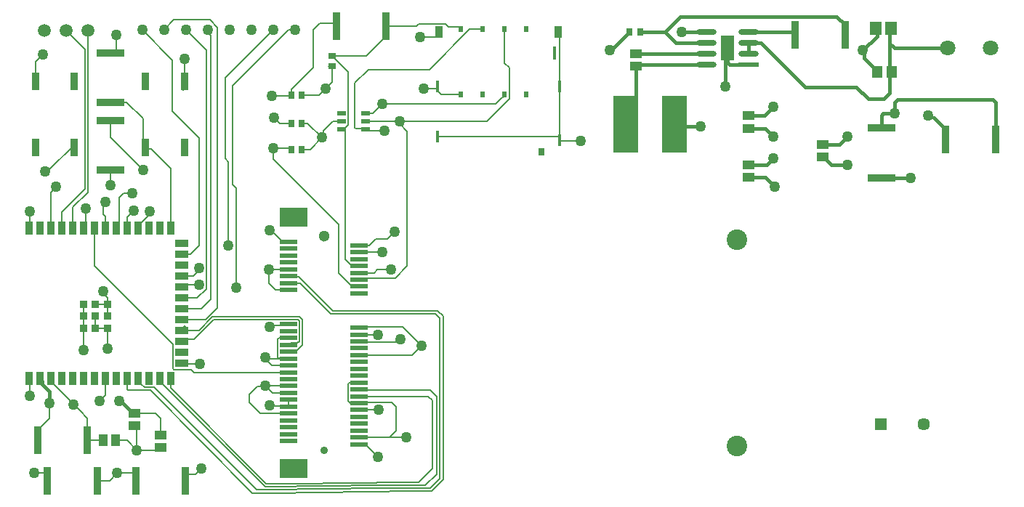
<source format=gtl>
G04*
G04 #@! TF.GenerationSoftware,Altium Limited,Altium Designer,24.8.2 (39)*
G04*
G04 Layer_Physical_Order=1*
G04 Layer_Color=255*
%FSLAX44Y44*%
%MOMM*%
G71*
G04*
G04 #@! TF.SameCoordinates,F9089647-E578-4EC2-B09E-D5C07AF86723*
G04*
G04*
G04 #@! TF.FilePolarity,Positive*
G04*
G01*
G75*
%ADD19R,0.9581X3.3062*%
%ADD20R,1.3562X1.0546*%
%ADD21R,1.0546X1.3562*%
%ADD22R,3.3062X0.9581*%
%ADD23R,0.8636X2.0066*%
%ADD24R,0.8890X0.8890*%
%ADD25R,0.8890X1.4986*%
%ADD26R,1.4986X0.8890*%
G04:AMPARAMS|DCode=27|XSize=2.3531mm|YSize=0.6221mm|CornerRadius=0.3111mm|HoleSize=0mm|Usage=FLASHONLY|Rotation=180.000|XOffset=0mm|YOffset=0mm|HoleType=Round|Shape=RoundedRectangle|*
%AMROUNDEDRECTD27*
21,1,2.3531,0.0000,0,0,180.0*
21,1,1.7310,0.6221,0,0,180.0*
1,1,0.6221,-0.8655,0.0000*
1,1,0.6221,0.8655,0.0000*
1,1,0.6221,0.8655,0.0000*
1,1,0.6221,-0.8655,0.0000*
%
%ADD27ROUNDEDRECTD27*%
%ADD28R,2.8500X6.6000*%
%ADD29R,3.2000X2.3000*%
%ADD30R,2.0000X0.6000*%
%ADD31R,0.7581X0.8121*%
%ADD32R,1.4546X1.5562*%
%ADD33R,1.2546X1.4562*%
%ADD34R,0.6000X0.8000*%
%ADD35R,0.8000X0.8500*%
%ADD36R,0.4200X1.4000*%
%ADD37R,0.8700X1.4000*%
%ADD38R,0.4000X1.5000*%
%ADD39R,0.7500X0.9000*%
%ADD40R,0.9000X0.7500*%
%ADD41R,0.9779X0.6096*%
%ADD42R,2.3531X0.6221*%
%ADD43R,1.6038X2.8550*%
%ADD50R,1.4500X1.4500*%
%ADD51C,1.4500*%
%ADD52C,1.8034*%
%ADD53C,1.2700*%
%ADD54C,1.4986*%
%ADD56C,0.2032*%
%ADD57C,0.2032*%
%ADD58C,0.4060*%
%ADD59C,0.9000*%
%ADD60C,1.3000*%
%ADD61C,2.4000*%
D19*
X23050Y77470D02*
D03*
X81090D02*
D03*
X34480Y30480D02*
D03*
X92520D02*
D03*
X137350D02*
D03*
X195390D02*
D03*
X371030Y560070D02*
D03*
X429070D02*
D03*
X1080960Y427990D02*
D03*
X1139000D02*
D03*
X905700Y549910D02*
D03*
X963740D02*
D03*
D20*
X135890Y108858D02*
D03*
Y94342D02*
D03*
X166370Y83458D02*
D03*
Y68942D02*
D03*
X720090Y513442D02*
D03*
Y527958D02*
D03*
X937260Y422548D02*
D03*
Y408032D02*
D03*
X850900Y455808D02*
D03*
Y441292D02*
D03*
Y398418D02*
D03*
Y383902D02*
D03*
D21*
X99422Y77470D02*
D03*
X113938D02*
D03*
D22*
X107950Y450660D02*
D03*
Y392620D02*
D03*
Y529400D02*
D03*
Y471360D02*
D03*
X1005840Y441770D02*
D03*
Y383730D02*
D03*
D23*
X148950Y418719D02*
D03*
X193950D02*
D03*
Y495681D02*
D03*
X148950D02*
D03*
X65680Y418719D02*
D03*
X20680D02*
D03*
Y495681D02*
D03*
X65680D02*
D03*
D24*
X104170Y222220D02*
D03*
Y236220D02*
D03*
Y208220D02*
D03*
X90170Y236220D02*
D03*
X76170D02*
D03*
X90170Y208220D02*
D03*
X76170Y222220D02*
D03*
X90170D02*
D03*
X76170Y208220D02*
D03*
D25*
X12970Y324720D02*
D03*
Y149720D02*
D03*
X25670D02*
D03*
Y324720D02*
D03*
X38370D02*
D03*
X51070D02*
D03*
X63770D02*
D03*
X76470D02*
D03*
X89170D02*
D03*
X101870D02*
D03*
X114570D02*
D03*
X127270D02*
D03*
X139970D02*
D03*
X152670D02*
D03*
X165370D02*
D03*
X178070D02*
D03*
Y149720D02*
D03*
X165370D02*
D03*
X152670D02*
D03*
X139970D02*
D03*
X127270D02*
D03*
X114570D02*
D03*
X101870D02*
D03*
X89170D02*
D03*
X76470D02*
D03*
X63770D02*
D03*
X51070D02*
D03*
X38370D02*
D03*
D26*
X190570Y307070D02*
D03*
Y294370D02*
D03*
Y281670D02*
D03*
Y268970D02*
D03*
Y256270D02*
D03*
Y243570D02*
D03*
Y230870D02*
D03*
Y218170D02*
D03*
Y205470D02*
D03*
Y192770D02*
D03*
Y180070D02*
D03*
Y167370D02*
D03*
D27*
X802004Y528320D02*
D03*
Y515620D02*
D03*
X851535Y528320D02*
D03*
Y541020D02*
D03*
Y553720D02*
D03*
X802004D02*
D03*
Y541020D02*
D03*
D28*
X708350Y445770D02*
D03*
X764850D02*
D03*
D29*
X321510Y44420D02*
D03*
Y337420D02*
D03*
D30*
X397510Y248920D02*
D03*
Y256920D02*
D03*
Y264920D02*
D03*
Y272920D02*
D03*
Y280920D02*
D03*
Y288920D02*
D03*
Y200920D02*
D03*
Y192920D02*
D03*
Y184920D02*
D03*
Y168920D02*
D03*
Y160920D02*
D03*
Y152920D02*
D03*
Y136920D02*
D03*
Y128920D02*
D03*
Y112920D02*
D03*
Y104920D02*
D03*
Y96920D02*
D03*
Y88920D02*
D03*
X315510Y76920D02*
D03*
Y84920D02*
D03*
Y92920D02*
D03*
Y100920D02*
D03*
Y148920D02*
D03*
Y156920D02*
D03*
Y180920D02*
D03*
Y188920D02*
D03*
Y204920D02*
D03*
Y308920D02*
D03*
Y300920D02*
D03*
Y292920D02*
D03*
Y284920D02*
D03*
Y268920D02*
D03*
Y260920D02*
D03*
Y212920D02*
D03*
Y124920D02*
D03*
Y116920D02*
D03*
X397510Y72920D02*
D03*
Y304920D02*
D03*
X315510Y132920D02*
D03*
Y108920D02*
D03*
Y164920D02*
D03*
Y172920D02*
D03*
Y140920D02*
D03*
Y196920D02*
D03*
Y252920D02*
D03*
Y276920D02*
D03*
X397510Y80920D02*
D03*
Y120920D02*
D03*
Y296920D02*
D03*
Y176920D02*
D03*
Y144920D02*
D03*
Y208920D02*
D03*
D31*
X712550Y553720D02*
D03*
X725090D02*
D03*
D32*
X999122Y557530D02*
D03*
X1017638D02*
D03*
D33*
X1001392Y506730D02*
D03*
X1017908D02*
D03*
D34*
X592470Y480640D02*
D03*
X567070D02*
D03*
X541670D02*
D03*
X516270D02*
D03*
X592470Y556840D02*
D03*
X567070D02*
D03*
X541670D02*
D03*
X516270D02*
D03*
D35*
X609870Y413640D02*
D03*
D36*
X631270Y427440D02*
D03*
Y490040D02*
D03*
X488970D02*
D03*
Y431440D02*
D03*
D37*
X490570Y553540D02*
D03*
X629570D02*
D03*
D38*
X625470Y528840D02*
D03*
D39*
X330470Y447200D02*
D03*
X318470D02*
D03*
Y416560D02*
D03*
X330470D02*
D03*
X318470Y480060D02*
D03*
X330470D02*
D03*
D40*
X365760Y513430D02*
D03*
Y525430D02*
D03*
D41*
X377508Y449580D02*
D03*
X404813Y459080D02*
D03*
Y449580D02*
D03*
Y440080D02*
D03*
X377508D02*
D03*
Y459080D02*
D03*
D42*
X851535Y515620D02*
D03*
D43*
X826770Y534670D02*
D03*
D50*
X1004970Y96520D02*
D03*
D51*
X1054970D02*
D03*
D52*
X1083310Y534670D02*
D03*
X1133310D02*
D03*
D53*
X144780Y556260D02*
D03*
X170180D02*
D03*
X195580D02*
D03*
X220980D02*
D03*
X297180D02*
D03*
X322580D02*
D03*
X271780D02*
D03*
X246380D02*
D03*
X138430Y66040D02*
D03*
X213360Y44450D02*
D03*
X31750Y391160D02*
D03*
X19050Y39370D02*
D03*
X115570D02*
D03*
X95250Y123190D02*
D03*
X118110D02*
D03*
X44450Y373380D02*
D03*
X107950Y374650D02*
D03*
X146050Y392430D02*
D03*
X78740Y347980D02*
D03*
X133350Y365760D02*
D03*
X114300Y549910D02*
D03*
X194310Y521970D02*
D03*
X29210Y527050D02*
D03*
X64770Y119380D02*
D03*
X13970Y129540D02*
D03*
X36830Y120650D02*
D03*
X434340Y276860D02*
D03*
X444500Y449580D02*
D03*
X295910Y478790D02*
D03*
X297180Y417830D02*
D03*
X426720Y438150D02*
D03*
X298450Y453390D02*
D03*
X424180Y297180D02*
D03*
Y469900D02*
D03*
X689610Y532130D02*
D03*
X1021080Y458470D02*
D03*
X880110Y406400D02*
D03*
X795020Y443230D02*
D03*
X472440Y487680D02*
D03*
X468630Y547370D02*
D03*
X655320Y426720D02*
D03*
X358140Y487680D02*
D03*
X354330Y430530D02*
D03*
X824230Y490220D02*
D03*
X1060450Y455930D02*
D03*
X1040130Y383540D02*
D03*
X210820Y278130D02*
D03*
X99060Y251460D02*
D03*
X104140Y184150D02*
D03*
X76200Y182880D02*
D03*
X101600Y355600D02*
D03*
X153670Y344170D02*
D03*
X134620Y345440D02*
D03*
X966470Y398780D02*
D03*
Y431800D02*
D03*
X880110Y466330D02*
D03*
Y432040D02*
D03*
X210820Y259080D02*
D03*
X245110Y304800D02*
D03*
X254000Y255270D02*
D03*
X212090Y166370D02*
D03*
X293370Y209550D02*
D03*
X445770Y195580D02*
D03*
X469900Y187960D02*
D03*
X452120Y81280D02*
D03*
X419343Y200903D02*
D03*
X420370Y113030D02*
D03*
X419100Y58420D02*
D03*
X293370Y118110D02*
D03*
X288290Y140970D02*
D03*
Y173990D02*
D03*
X292100Y276860D02*
D03*
X293370Y322580D02*
D03*
X13970Y344170D02*
D03*
X881380Y373380D02*
D03*
X984250Y532130D02*
D03*
X773430Y553720D02*
D03*
X438792Y320943D02*
D03*
D54*
X55880Y554990D02*
D03*
X81280D02*
D03*
X30480D02*
D03*
D56*
X272581Y16343D02*
D03*
D57*
X76170Y222220D02*
Y236220D01*
X166370Y83458D02*
Y102870D01*
X160382Y108858D02*
X166370Y102870D01*
X135890Y94342D02*
X138430Y91802D01*
X163710Y66040D02*
X166370Y68700D01*
X138430Y66040D02*
X163710D01*
X138430D02*
Y91802D01*
X81090Y77470D02*
X99422D01*
X81090D02*
Y103060D01*
X127000Y77470D02*
X138430Y66040D01*
X113938Y77470D02*
X127000D01*
X36830Y102990D02*
Y120650D01*
X72046Y112104D02*
X81090Y103060D01*
X23050Y89210D02*
X36830Y102990D01*
X23050Y73660D02*
Y89210D01*
X155365Y135287D02*
X272581Y16343D01*
X195390Y30480D02*
Y34030D01*
X199165Y37805D02*
X206715D01*
X195390Y34030D02*
X199165Y37805D01*
X206715D02*
X213360Y44450D01*
X36987Y393201D02*
X65680Y421894D01*
X33791Y393201D02*
X36987D01*
X31750Y391160D02*
X33791Y393201D01*
X30705Y39370D02*
X34480Y35595D01*
X19050Y39370D02*
X30705D01*
X34480Y30480D02*
Y35595D01*
X92520Y30480D02*
X106680D01*
X115570Y39370D02*
X134483D01*
X106680Y30480D02*
X115570Y39370D01*
X134483D02*
X137350Y36503D01*
X95250Y123241D02*
X101870Y129861D01*
X95250Y123190D02*
Y123241D01*
X101870Y129861D02*
Y149720D01*
X118110Y123190D02*
X120050D01*
X133350Y109890D02*
X138430D01*
X38370Y366170D02*
X44450Y372250D01*
Y373380D01*
X38370Y324720D02*
Y366170D01*
X107950Y374650D02*
Y392620D01*
Y430530D02*
Y450660D01*
Y430530D02*
X146050Y392430D01*
X81280Y366760D02*
Y554990D01*
X63770Y349250D02*
X81280Y366760D01*
X51070Y343678D02*
X77978Y370586D01*
Y532892D01*
X55880Y554990D02*
X77978Y532892D01*
X63770Y324720D02*
Y349250D01*
X76470Y324720D02*
X78740Y326991D01*
Y347980D01*
X51070Y324720D02*
Y343678D01*
X178070Y324720D02*
Y394700D01*
X155126Y417644D02*
X178070Y394700D01*
X150025Y417644D02*
X155126D01*
X145648Y422021D02*
X150025Y417644D01*
X117999Y360569D02*
X123190Y365760D01*
X133350D01*
X117999Y328149D02*
Y360569D01*
X114570Y324720D02*
X117999Y328149D01*
X107950Y471360D02*
X126810D01*
X145648Y452522D01*
Y422021D02*
Y452522D01*
X110525Y529400D02*
X114300Y533175D01*
Y549910D01*
X107950Y529400D02*
X110525D01*
X65680Y421894D02*
Y427609D01*
X20680Y504571D02*
Y518520D01*
X29210Y527050D01*
X180086Y461264D02*
Y520954D01*
X211087Y304273D02*
Y430263D01*
X180086Y461264D02*
X211087Y430263D01*
X192680Y485521D02*
X194310Y487151D01*
Y521970D01*
X72046Y112104D02*
X72046D01*
X64770Y119380D02*
X72046Y112104D01*
X38370Y146672D02*
X64770Y120272D01*
Y119380D02*
Y120272D01*
X13970Y129540D02*
Y148720D01*
X12970Y149720D02*
X13970Y148720D01*
X135890Y108858D02*
X160382D01*
X158509Y139941D02*
X159104Y139346D01*
X139970Y149720D02*
X143399Y143243D01*
X147278Y139941D02*
X158509D01*
X143399Y143243D02*
X147278Y139941D01*
X159104Y139346D02*
X277965Y20485D01*
X127000Y137080D02*
Y149450D01*
Y137080D02*
X128190Y135890D01*
X154762D02*
X155365Y135287D01*
X128190Y135890D02*
X154762D01*
X272581Y16343D02*
X273176Y15748D01*
X296705D01*
X127000Y149450D02*
X127270Y149720D01*
X277965Y20485D02*
X278560Y19890D01*
X279426Y19890D02*
X294188Y20066D01*
X278560Y19890D02*
X279426Y19890D01*
X137350Y33020D02*
Y36503D01*
X25400Y149450D02*
X25670Y149720D01*
X38370Y146672D02*
Y149720D01*
X414991Y272920D02*
X418931Y276860D01*
X434340D01*
X397510Y272920D02*
X414991D01*
X439624Y266904D02*
X453390Y280670D01*
Y437803D01*
X444500Y446693D02*
X453390Y437803D01*
X444500Y446693D02*
Y449580D01*
X399494Y266904D02*
X439624D01*
X444500Y449580D02*
X546243D01*
X373380Y272817D02*
Y328930D01*
X297180Y405130D02*
X373380Y328930D01*
X297180Y405130D02*
Y417830D01*
X317200Y478790D02*
X318470Y480060D01*
X295910Y478790D02*
X317200D01*
X397510Y264920D02*
X399494Y266904D01*
X373380Y272817D02*
X387293Y258904D01*
X395526D01*
X397510Y256920D01*
X381381Y288816D02*
Y438048D01*
X387293Y282904D02*
X395526D01*
X397510Y280920D01*
X381381Y288816D02*
X387293Y282904D01*
X330470Y416560D02*
X340360D01*
X354330Y430530D01*
X404202Y440690D02*
X404813Y440080D01*
X402971Y441921D02*
X404202Y440690D01*
X297180Y417830D02*
X317200D01*
X406742Y438150D02*
X426720D01*
X404813Y440080D02*
X406742Y438150D01*
X415290Y449580D02*
X444500D01*
X299361Y453390D02*
X305551Y447200D01*
X298450Y453390D02*
X299361D01*
X305551Y447200D02*
X318470D01*
X402971Y441921D02*
X404387Y440962D01*
X404813Y449580D02*
X415290D01*
X567070Y479640D02*
Y480640D01*
X556330Y469900D02*
X564086Y477656D01*
X565086D01*
X567070Y479640D02*
Y480640D01*
X424180Y469900D02*
X556330D01*
X565086Y477656D02*
X567070Y479640D01*
X424050Y297050D02*
X424180Y297180D01*
X397510Y296920D02*
X397640Y297050D01*
X424050D01*
X546243Y449580D02*
X572356Y475693D01*
X413360Y459080D02*
X424180Y469900D01*
X397510Y256920D02*
X397955Y257365D01*
X404813Y459080D02*
X413360D01*
X193548Y205470D02*
Y210820D01*
Y205470D02*
Y210820D01*
X315468Y116920D02*
Y116962D01*
Y124920D01*
X193548Y205470D02*
Y210820D01*
X367255Y563880D02*
X371030Y560105D01*
X351710Y563880D02*
X367255D01*
X371030Y560070D02*
Y560105D01*
X429070Y560070D02*
X464184D01*
X466940Y562826D01*
X498279D01*
X501281Y559824D01*
X514286D01*
X516270Y557840D01*
Y556840D02*
Y557840D01*
X366510Y525430D02*
X406170D01*
X365760D02*
X366510D01*
X406170D02*
X429070Y548330D01*
Y560070D01*
X317200Y417830D02*
X318470Y416560D01*
X397510Y272920D02*
X397575Y272985D01*
X629570Y553540D02*
X631270Y551840D01*
X712550Y553450D02*
Y553720D01*
X689610Y532130D02*
X691230D01*
X963740Y549910D02*
Y561650D01*
X901926Y553720D02*
X905700Y549945D01*
Y549910D02*
Y549945D01*
X984250Y532130D02*
X986291Y530089D01*
X1001392Y506730D02*
Y507738D01*
X937260Y408032D02*
X938768D01*
X1060450Y455930D02*
X1062491Y453889D01*
X1080960Y427990D02*
Y439730D01*
X1062491Y453889D02*
X1066802D01*
X1005840Y383730D02*
X1006030Y383540D01*
X764850Y445770D02*
X767390Y443230D01*
X393700Y440690D02*
X404202D01*
X392430Y441960D02*
X393700Y440690D01*
X392430Y441960D02*
Y494030D01*
X567070Y517418D02*
Y556840D01*
Y517418D02*
X572356Y512132D01*
Y475693D02*
Y512132D01*
X493470Y480640D02*
X516270D01*
X479621Y509957D02*
X526503Y556840D01*
X541670D01*
X392430Y494030D02*
X408357Y509957D01*
X479621D01*
X488970Y485140D02*
X493470Y480640D01*
X488970Y485140D02*
Y488764D01*
X377508Y440080D02*
X379349D01*
X381381Y438048D01*
X488970Y488764D02*
Y490040D01*
X487886Y487680D02*
X488970Y488764D01*
X472440Y487680D02*
X487886D01*
X487236Y547556D02*
X490570Y550890D01*
X468816Y547556D02*
X487236D01*
X468630Y547370D02*
X468816Y547556D01*
X490570Y550890D02*
Y553540D01*
X631270Y427440D02*
X631990Y426720D01*
X655320D01*
X631270Y490040D02*
Y551840D01*
Y430356D02*
Y490040D01*
Y427440D02*
Y430356D01*
X488970Y431440D02*
X630186D01*
X631270Y430356D01*
X318778Y480367D02*
Y486418D01*
X344170Y511810D02*
Y556340D01*
X318470Y480060D02*
X318778Y480367D01*
Y486418D02*
X344170Y511810D01*
Y556340D02*
X351710Y563880D01*
X330470Y480060D02*
X350520D01*
X358140Y487680D01*
X365760Y495300D01*
Y513430D01*
X337660Y447200D02*
X354330Y430530D01*
X330470Y447200D02*
X337660D01*
X355768Y438318D02*
X367030Y449580D01*
X355768Y431968D02*
Y438318D01*
X354330Y430530D02*
X355768Y431968D01*
X367030Y449580D02*
X377508D01*
X379349Y440080D02*
X384683Y445414D01*
Y507257D01*
X366510Y525430D02*
X384683Y507257D01*
X824230Y532130D02*
X826770Y534670D01*
X362168Y513430D02*
X365760D01*
X416693Y312307D02*
X430156D01*
X104140Y184150D02*
Y208190D01*
X269240Y130810D02*
X278892Y140462D01*
X269240Y121920D02*
X282240Y108920D01*
X315468Y116962D02*
X315510Y116920D01*
X314915Y117515D02*
X315468Y116962D01*
X433070Y80920D02*
X451760D01*
X397510D02*
X433070D01*
X364490Y224790D02*
X486410D01*
X174768Y137002D02*
X288402Y23368D01*
X397510Y128920D02*
X478140D01*
X204149Y268970D02*
X210820Y275641D01*
Y278130D01*
X99060Y248823D02*
X104170Y243713D01*
Y236220D02*
Y243713D01*
X99060Y248823D02*
Y251460D01*
X104140Y208190D02*
X104170Y208220D01*
X76170D02*
Y222220D01*
X76200Y182880D02*
Y208190D01*
X76170Y208220D02*
X76200Y208190D01*
X90170Y208220D02*
Y222220D01*
Y208220D02*
X104170D01*
X99559Y341080D02*
Y353559D01*
Y341080D02*
X101870Y338769D01*
X99559Y353559D02*
X101600Y355600D01*
X153670Y341469D02*
Y344170D01*
X139970Y327768D02*
X153670Y341469D01*
X139970Y324720D02*
Y327768D01*
X127270Y338090D02*
X134620Y345440D01*
X127270Y324720D02*
Y338090D01*
X101870Y324720D02*
Y338769D01*
X89170Y280670D02*
Y324720D01*
X193380Y259080D02*
X210820D01*
X190570Y256270D02*
X193380Y259080D01*
X195580Y556260D02*
X219710Y532130D01*
X209026Y243570D02*
X219710Y254254D01*
Y532130D01*
X220980Y553546D02*
Y556260D01*
Y553546D02*
X224790Y549736D01*
X213360Y230870D02*
X224790Y242300D01*
Y549736D01*
X190570Y243570D02*
X209026D01*
X190570Y268970D02*
X204149D01*
X218424Y218170D02*
X232410Y232156D01*
Y558800D01*
X223520Y567690D02*
X232410Y558800D01*
X245110Y304800D02*
Y402128D01*
X241300Y405938D02*
X245110Y402128D01*
X241300Y405938D02*
Y500380D01*
X254000Y255270D02*
Y371758D01*
X249936Y375822D02*
Y490737D01*
Y375822D02*
X254000Y371758D01*
X191570Y166370D02*
X212090D01*
X190570Y167370D02*
X191570Y166370D01*
X313825Y211235D02*
X315510Y212920D01*
X295055Y211235D02*
X313825D01*
X293370Y209550D02*
X295055Y211235D01*
X397510Y192920D02*
X398163Y192267D01*
X439571D01*
X442883Y195580D01*
X445770D01*
X458860Y176920D02*
X469900Y187960D01*
X397510Y176920D02*
X458860D01*
X448321Y209539D02*
X469900Y187960D01*
X398129Y209539D02*
X448321D01*
X440690Y88540D02*
Y116840D01*
X433070Y80920D02*
X440690Y88540D01*
X435864Y121666D02*
X440690Y116840D01*
X406494Y121666D02*
X435864D01*
X451760Y80920D02*
X452120Y81280D01*
X478140Y128920D02*
X482600Y124460D01*
Y44450D02*
Y124460D01*
X466682Y28532D02*
X482600Y44450D01*
X418044Y28532D02*
X466682D01*
X417749Y28236D02*
X418044Y28532D01*
X422244Y135890D02*
X480060D01*
X421720Y136414D02*
X422244Y135890D01*
X480060D02*
X487680Y128270D01*
Y38100D02*
Y128270D01*
X474810Y25230D02*
X487680Y38100D01*
X421661Y25047D02*
X421844Y25230D01*
X474810D01*
X423029Y21745D02*
X423212Y21928D01*
X420501Y21649D02*
X423029Y21745D01*
X423212Y21928D02*
X480398D01*
X296705Y15748D02*
X459835Y18626D01*
X480398Y21928D02*
X491490Y33020D01*
Y219710D01*
X486410Y224790D02*
X491490Y219710D01*
X397510Y208920D02*
X398129Y209539D01*
X397510Y200920D02*
X397518Y200912D01*
X419335D01*
X419343Y200903D01*
X459835Y18626D02*
X482176D01*
X495300Y31750D01*
Y222250D01*
X488950Y228600D02*
X495300Y222250D01*
X367030Y228600D02*
X488950D01*
X419189Y21632D02*
X420501Y21649D01*
X419116Y24934D02*
X421661Y25047D01*
X289174Y27265D02*
X290857D01*
X292820Y23368D02*
X419116Y24934D01*
X288402Y23368D02*
X292820D01*
X178070Y138370D02*
X289174Y27265D01*
X294188Y20066D02*
X419189Y21632D01*
X290857Y27265D02*
X417749Y28236D01*
X168799Y143243D02*
X174768Y137002D01*
X165370Y149720D02*
X168799Y143243D01*
X178070Y138370D02*
Y149720D01*
X397510Y120920D02*
X406494Y121666D01*
Y113030D02*
X420370D01*
X397510Y112920D02*
X406494Y113030D01*
X385064Y123190D02*
X387334Y120920D01*
X397510D01*
X385064Y123190D02*
Y143510D01*
X386474Y144920D02*
X397510D01*
X385064Y143510D02*
X386474Y144920D01*
X411100Y66420D02*
X419100Y58420D01*
X406494Y70936D02*
X411010Y66420D01*
X411100D01*
X397510Y72920D02*
X406494Y70936D01*
X398016Y136414D02*
X421720D01*
X278892Y140462D02*
X287782D01*
X288290Y140970D01*
X269240Y121920D02*
Y130810D01*
X282240Y108920D02*
X315510D01*
X315468Y116920D02*
X315510D01*
X315468Y124920D02*
X315510D01*
X293370Y118110D02*
X293965Y117515D01*
X314915D01*
X288315Y140945D02*
X296340Y132920D01*
X288290Y140970D02*
X288315Y140945D01*
X296340Y132920D02*
X315510D01*
X288315Y140945D02*
X315485D01*
X315510Y140920D01*
X288290Y172720D02*
X296090Y164920D01*
X288290Y172720D02*
Y173990D01*
X296090Y164920D02*
X315510D01*
X205030Y156920D02*
X315510D01*
X201930Y160020D02*
X205030Y156920D01*
X289360Y172920D02*
X304800D01*
X315510D01*
X292100Y260697D02*
Y276860D01*
X299877Y252920D02*
X315510D01*
X292100Y260697D02*
X299877Y252920D01*
X315480Y276890D02*
X315510Y276920D01*
X292100Y276860D02*
X292130Y276890D01*
X315480D01*
X294850Y322580D02*
X308510Y308920D01*
X315510D01*
X293370Y322580D02*
X294850D01*
X12970Y324720D02*
X13970Y325720D01*
Y344170D01*
X397510Y304920D02*
X409306D01*
X416693Y312307D01*
X430156D02*
X438792Y320943D01*
X304362Y196920D02*
X315510D01*
X303022Y195580D02*
X304362Y196920D01*
X303022Y174698D02*
Y195580D01*
Y174698D02*
X304800Y172920D01*
X90170Y236220D02*
X104170D01*
Y222220D02*
X104394Y222444D01*
Y235996D01*
X104170Y236220D02*
X104394Y235996D01*
X1015650Y539640D02*
X1015880Y539870D01*
X397510Y136920D02*
X398016Y136414D01*
X315510Y268920D02*
X316168Y268262D01*
X327368D01*
X367030Y228600D01*
X315510Y260920D02*
X315788Y260642D01*
X328638D01*
X364490Y224790D01*
X190570Y192770D02*
X195850D01*
X198390Y195311D01*
X205471D01*
X228366Y218206D02*
X326457D01*
X205471Y195311D02*
X228366Y218206D01*
X315510Y188920D02*
X317494Y190904D01*
X325727D02*
X327796Y192973D01*
X317494Y190904D02*
X325727D01*
X327796Y192973D02*
Y216867D01*
X326457Y218206D02*
X327796Y216867D01*
X190570Y205470D02*
X193548D01*
X194818Y207043D02*
Y210820D01*
X193548D02*
X194818D01*
X196120Y205741D02*
X210819D01*
X194818Y207043D02*
X196120Y205741D01*
X315510Y180920D02*
X317494Y182904D01*
X325727D01*
X331098Y188276D01*
X226587Y221508D02*
X327825D01*
X210819Y205741D02*
X226587Y221508D01*
X331098Y188276D02*
Y218235D01*
X327825Y221508D02*
X331098Y218235D01*
X249936Y490737D02*
X315459Y556260D01*
X322580D01*
X241300Y500380D02*
X297180Y556260D01*
X190570Y230870D02*
X213360D01*
X190570Y218170D02*
X218424D01*
X181610Y567690D02*
X223520D01*
X170180Y556260D02*
X181610Y567690D01*
X144780Y556260D02*
X180086Y520954D01*
X201184Y294370D02*
X211087Y304273D01*
X190570Y294370D02*
X201184D01*
X89170Y280670D02*
X180340Y189500D01*
Y161290D02*
Y189500D01*
Y161290D02*
X181610Y160020D01*
X201930D01*
D58*
X28085Y143111D02*
Y146765D01*
X36830Y120650D02*
Y134366D01*
X25400Y149450D02*
X28085Y146765D01*
Y143111D02*
X36830Y134366D01*
X120050Y123190D02*
X133350Y109890D01*
X719387Y528320D02*
X802004D01*
X719387D02*
X802004D01*
X720090D02*
X802004D01*
X719387D02*
X802004D01*
X720090Y513242D02*
X722468Y515620D01*
X720090Y513242D02*
X722468Y515620D01*
X802004D01*
X720090Y513242D02*
X722468Y515620D01*
X720090Y457510D02*
Y513242D01*
X708350Y445770D02*
X720090Y457510D01*
X1015650Y482600D02*
Y506730D01*
Y539640D01*
Y482600D02*
Y539640D01*
X1015880Y539870D02*
Y557530D01*
Y539870D02*
Y557530D01*
X1000880Y548760D02*
Y557530D01*
X1015880Y539870D02*
Y557530D01*
X1015650Y482600D02*
Y539640D01*
X691230Y532130D02*
X712550Y553450D01*
X1005840Y456002D02*
X1008308Y458470D01*
X1021080Y471524D02*
X1024536Y474980D01*
X1008308Y458470D02*
X1021080D01*
Y471524D01*
X1024536Y474980D02*
X1135380D01*
X753690Y553720D02*
X771470Y571500D01*
X953890D02*
X963740Y561650D01*
X771470Y571500D02*
X953890D01*
X725090Y553720D02*
X753690D01*
X766390Y541020D01*
X802004D01*
X976808Y489458D02*
X990778Y475488D01*
X865378Y541020D02*
X916940Y489458D01*
X976808D01*
X851535Y553720D02*
X901926D01*
X986291Y522839D02*
X1001392Y507738D01*
X986291Y522839D02*
Y530089D01*
X870858Y383902D02*
X881380Y373380D01*
X850900Y383902D02*
X870858D01*
X872128Y398418D02*
X880110Y406400D01*
X850900Y398418D02*
X872128D01*
X870858Y441292D02*
X880110Y432040D01*
X850900Y441292D02*
X870858D01*
X850900Y455808D02*
X869588D01*
X880110Y466330D01*
X937260Y422548D02*
X957218D01*
X966470Y431800D01*
X948020Y398780D02*
X966470D01*
X938768Y408032D02*
X948020Y398780D01*
X1066802Y453889D02*
X1080960Y439730D01*
X1135380Y474980D02*
X1139000Y471360D01*
Y427990D02*
Y471360D01*
X1005840Y441770D02*
Y456002D01*
X1006030Y383540D02*
X1040130D01*
X767390Y443230D02*
X795020D01*
X824230Y490220D02*
Y532130D01*
X984250D02*
X1000880Y548760D01*
X773430Y553720D02*
X802004D01*
X826770Y518160D02*
Y534670D01*
Y518160D02*
X829310Y515620D01*
X851535D01*
Y528320D02*
Y541020D01*
X1015880Y539870D02*
X1021080Y534670D01*
X1083310D01*
X851535Y541020D02*
X865378D01*
X990778Y475488D02*
X1008538D01*
X1015650Y482600D01*
D59*
X356510Y65920D02*
D03*
D60*
Y315920D02*
D03*
D61*
X837370Y311360D02*
D03*
Y70910D02*
D03*
M02*

</source>
